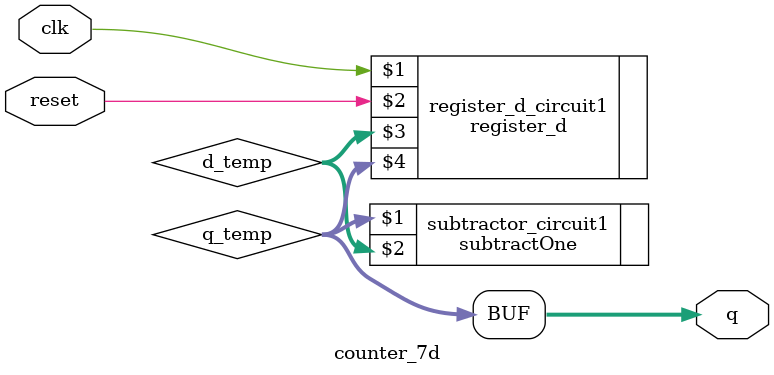
<source format=v>
module counter_7d
(
    input wire clk,
    input wire reset,
    output wire [6:0] q
);

wire [6:0] d_temp, q_temp;
register_d register_d_circuit1(clk,reset,d_temp,q_temp);
subtractOne subtractor_circuit1(q_temp, d_temp); 
assign q=q_temp;

endmodule
</source>
